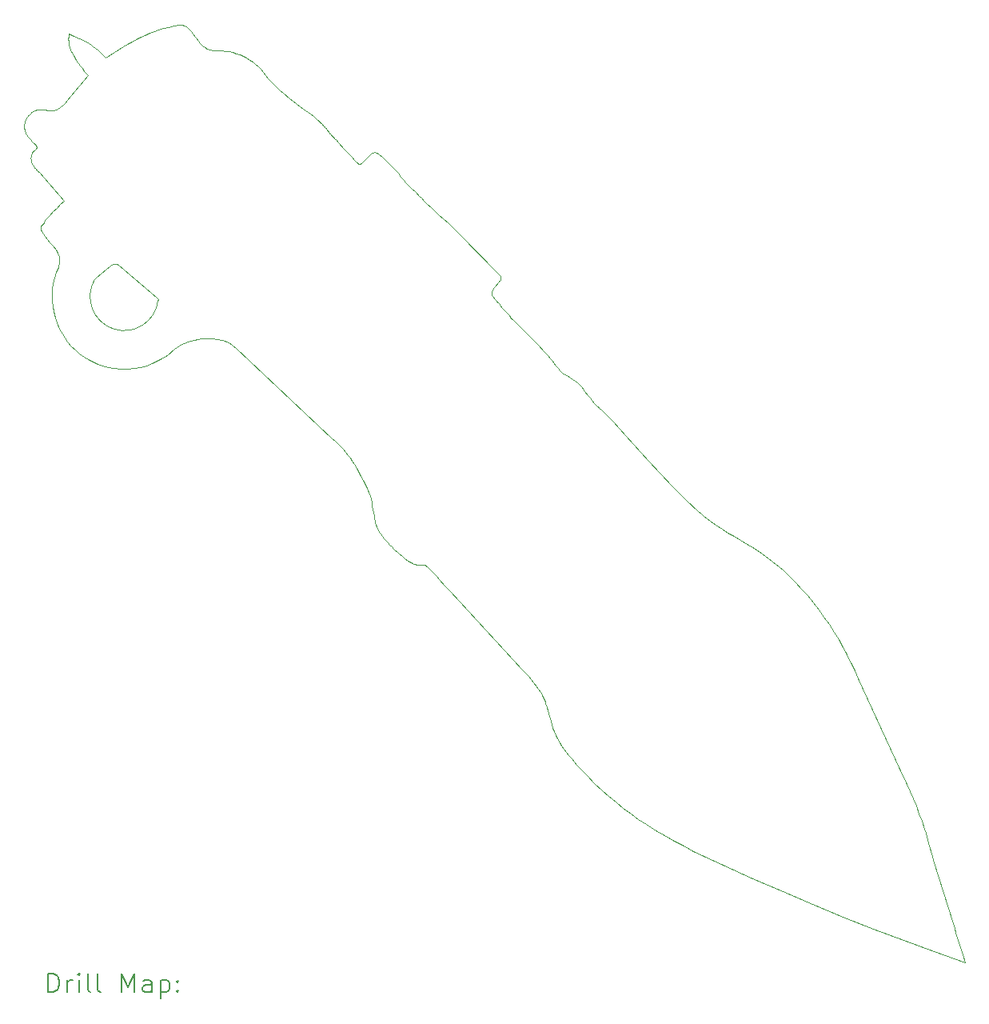
<source format=gbr>
%TF.GenerationSoftware,KiCad,Pcbnew,8.0.3-8.0.3-0~ubuntu22.04.1*%
%TF.CreationDate,2024-06-25T00:35:08+02:00*%
%TF.ProjectId,ctfl-rakete-tht,6374666c-2d72-4616-9b65-74652d746874,Rev.A*%
%TF.SameCoordinates,Original*%
%TF.FileFunction,Drillmap*%
%TF.FilePolarity,Positive*%
%FSLAX45Y45*%
G04 Gerber Fmt 4.5, Leading zero omitted, Abs format (unit mm)*
G04 Created by KiCad (PCBNEW 8.0.3-8.0.3-0~ubuntu22.04.1) date 2024-06-25 00:35:08*
%MOMM*%
%LPD*%
G01*
G04 APERTURE LIST*
%ADD10C,0.050000*%
%ADD11C,0.122369*%
%ADD12C,0.200000*%
G04 APERTURE END LIST*
D10*
X11428698Y-7940134D02*
G75*
G02*
X10758209Y-7718172I-358698J40134D01*
G01*
X10947500Y-7560000D02*
X10970000Y-7552500D01*
X11427500Y-7925000D02*
X11428698Y-7940134D01*
X10758209Y-7718172D02*
X10777500Y-7695000D01*
X10970000Y-7552500D02*
X10992500Y-7555000D01*
X11417500Y-7910000D02*
X11427500Y-7925000D01*
D11*
X11679692Y-5025170D02*
X11689249Y-5027371D01*
X11698600Y-5030577D01*
X11707757Y-5034723D01*
X11716735Y-5039745D01*
X11725547Y-5045579D01*
X11734205Y-5052160D01*
X11742723Y-5059423D01*
X11759394Y-5075743D01*
X11775665Y-5094024D01*
X11791644Y-5113752D01*
X11854755Y-5196852D01*
X11870865Y-5216104D01*
X11887321Y-5233717D01*
X11904229Y-5249179D01*
X11912886Y-5255943D01*
X11921696Y-5261976D01*
X11926875Y-5265238D01*
X11932152Y-5268395D01*
X11937524Y-5271430D01*
X11942982Y-5274328D01*
X11948521Y-5277071D01*
X11954136Y-5279644D01*
X11959819Y-5282030D01*
X11965566Y-5284214D01*
X11971369Y-5286178D01*
X11977223Y-5287907D01*
X11983121Y-5289385D01*
X11989058Y-5290595D01*
X11995028Y-5291521D01*
X12001023Y-5292147D01*
X12007040Y-5292457D01*
X12013070Y-5292434D01*
X12056177Y-5292570D01*
X12098259Y-5295032D01*
X12139290Y-5299784D01*
X12179243Y-5306792D01*
X12218090Y-5316021D01*
X12255805Y-5327435D01*
X12292361Y-5341000D01*
X12327731Y-5356681D01*
X12361888Y-5374443D01*
X12394806Y-5394250D01*
X12426457Y-5416068D01*
X12456815Y-5439862D01*
X12485853Y-5465597D01*
X12513543Y-5493237D01*
X12539860Y-5522749D01*
X12564776Y-5554096D01*
X12592510Y-5589099D01*
X12621866Y-5622570D01*
X12652671Y-5654676D01*
X12684753Y-5685581D01*
X12717940Y-5715450D01*
X12752061Y-5744447D01*
X12822414Y-5800486D01*
X12966760Y-5909355D01*
X13038002Y-5964822D01*
X13072789Y-5993390D01*
X13106790Y-6022734D01*
X13119131Y-6033648D01*
X13131278Y-6044626D01*
X13143294Y-6055734D01*
X13155246Y-6067037D01*
X13167111Y-6078534D01*
X13178782Y-6090227D01*
X13184524Y-6096166D01*
X13190193Y-6102178D01*
X13195781Y-6108272D01*
X13201279Y-6114454D01*
X13206640Y-6120745D01*
X13211846Y-6127142D01*
X13216939Y-6133619D01*
X13221959Y-6140153D01*
X13231943Y-6153295D01*
X13236987Y-6159854D01*
X13242121Y-6166372D01*
X13243943Y-6168703D01*
X13244865Y-6169858D01*
X13245798Y-6171001D01*
X13246748Y-6172128D01*
X13247718Y-6173234D01*
X13248712Y-6174317D01*
X13249735Y-6175371D01*
X13249389Y-6175717D01*
X13259953Y-6187767D01*
X13270826Y-6199566D01*
X13281926Y-6211187D01*
X13293172Y-6222702D01*
X13315778Y-6245708D01*
X13326975Y-6257344D01*
X13337994Y-6269168D01*
X13407823Y-6346784D01*
X13442834Y-6385495D01*
X13478170Y-6423881D01*
X13504302Y-6451137D01*
X13517692Y-6464668D01*
X13524525Y-6471324D01*
X13531472Y-6477875D01*
X13534428Y-6480670D01*
X13537794Y-6483948D01*
X13541492Y-6487445D01*
X13543442Y-6489193D01*
X13545446Y-6490897D01*
X13547495Y-6492524D01*
X13549579Y-6494041D01*
X13551688Y-6495415D01*
X13553812Y-6496614D01*
X13555943Y-6497603D01*
X13557008Y-6498009D01*
X13558070Y-6498350D01*
X13559130Y-6498623D01*
X13560185Y-6498823D01*
X13561234Y-6498946D01*
X13562276Y-6498988D01*
X13565147Y-6498579D01*
X13568362Y-6497451D01*
X13571899Y-6495653D01*
X13575739Y-6493235D01*
X13584249Y-6486733D01*
X13593729Y-6478340D01*
X13614964Y-6457458D01*
X13638162Y-6433745D01*
X13662041Y-6410357D01*
X13673835Y-6399770D01*
X13685320Y-6390448D01*
X13696334Y-6382785D01*
X13701614Y-6379699D01*
X13706717Y-6377176D01*
X13711622Y-6375264D01*
X13716309Y-6374014D01*
X13720758Y-6373474D01*
X13724950Y-6373694D01*
X13734320Y-6376436D01*
X13745898Y-6382143D01*
X13759419Y-6390546D01*
X13774617Y-6401373D01*
X13791227Y-6414353D01*
X13808983Y-6429217D01*
X13846869Y-6463511D01*
X13886150Y-6502088D01*
X13924701Y-6542782D01*
X13960397Y-6583427D01*
X13976510Y-6603055D01*
X13991112Y-6621858D01*
X14010197Y-6646362D01*
X14029379Y-6669470D01*
X14048788Y-6691508D01*
X14068555Y-6712799D01*
X14088808Y-6733669D01*
X14109677Y-6754441D01*
X14153785Y-6796992D01*
X14195838Y-6835583D01*
X14217643Y-6855983D01*
X14227718Y-6865833D01*
X14236853Y-6875214D01*
X14278676Y-6917858D01*
X14321202Y-6959119D01*
X14407530Y-7039228D01*
X14494183Y-7119013D01*
X14537114Y-7159869D01*
X14579505Y-7201945D01*
X15052297Y-7683736D01*
X15052678Y-7684149D01*
X15053044Y-7684608D01*
X15053394Y-7685110D01*
X15053729Y-7685653D01*
X15054049Y-7686233D01*
X15054355Y-7686848D01*
X15054926Y-7688170D01*
X15055443Y-7689598D01*
X15055911Y-7691110D01*
X15056333Y-7692682D01*
X15056710Y-7694292D01*
X15057047Y-7695919D01*
X15057347Y-7697540D01*
X15057846Y-7700674D01*
X15058527Y-7705887D01*
X15058550Y-7706706D01*
X15058429Y-7707663D01*
X15057790Y-7709953D01*
X15056677Y-7712681D01*
X15055158Y-7715768D01*
X15053301Y-7719136D01*
X15051172Y-7722710D01*
X15046370Y-7730158D01*
X15041293Y-7737494D01*
X15036479Y-7744095D01*
X15032468Y-7749341D01*
X15029800Y-7752612D01*
X14995535Y-7792070D01*
X14987841Y-7801265D01*
X14981615Y-7809170D01*
X14979227Y-7812479D01*
X14977417Y-7815274D01*
X14976253Y-7817491D01*
X14975936Y-7818363D01*
X14975807Y-7819066D01*
X14962394Y-7846409D01*
X14960570Y-7851573D01*
X14959799Y-7854219D01*
X14959143Y-7856896D01*
X14958618Y-7859594D01*
X14958240Y-7862307D01*
X14958027Y-7865025D01*
X14957992Y-7867739D01*
X14958154Y-7870441D01*
X14958527Y-7873122D01*
X14959128Y-7875773D01*
X14959973Y-7878387D01*
X14961078Y-7880954D01*
X14962460Y-7883466D01*
X14964133Y-7885914D01*
X14966115Y-7888289D01*
X14968884Y-7891586D01*
X14971844Y-7895326D01*
X14978197Y-7903832D01*
X14991641Y-7922814D01*
X14998164Y-7932074D01*
X15004177Y-7940369D01*
X15009394Y-7947089D01*
X15011616Y-7949670D01*
X15013533Y-7951628D01*
X15026750Y-7963875D01*
X15036268Y-7973477D01*
X15043612Y-7981781D01*
X15050307Y-7990133D01*
X15057879Y-7999881D01*
X15067851Y-8012371D01*
X15081750Y-8028949D01*
X15101099Y-8050963D01*
X15144537Y-8099765D01*
X15169338Y-8127573D01*
X15183821Y-8143375D01*
X15347532Y-8309856D01*
X15356584Y-8317045D01*
X15367230Y-8326473D01*
X15392392Y-8350832D01*
X15421180Y-8380522D01*
X15451756Y-8413128D01*
X15510926Y-8477435D01*
X15535844Y-8504309D01*
X15555201Y-8524446D01*
X15563697Y-8533383D01*
X15573117Y-8544034D01*
X15594107Y-8569333D01*
X15640345Y-8627848D01*
X15663112Y-8656457D01*
X15683988Y-8681561D01*
X15693329Y-8692079D01*
X15701733Y-8700857D01*
X15709043Y-8707607D01*
X15715106Y-8712041D01*
X15755209Y-8735926D01*
X15789568Y-8757509D01*
X15818921Y-8777224D01*
X15844006Y-8795503D01*
X15865560Y-8812777D01*
X15884321Y-8829481D01*
X15901027Y-8846045D01*
X15916414Y-8862903D01*
X15931222Y-8880487D01*
X15946187Y-8899229D01*
X15979542Y-8941919D01*
X15999407Y-8966732D01*
X16022380Y-8994433D01*
X16049199Y-9025456D01*
X16080602Y-9060231D01*
X16083428Y-9063269D01*
X16086076Y-9066043D01*
X16090910Y-9070906D01*
X16095240Y-9075040D01*
X16099206Y-9078662D01*
X16106593Y-9085249D01*
X16110291Y-9088652D01*
X16114175Y-9092420D01*
X16246316Y-9228060D01*
X16374377Y-9365038D01*
X16624780Y-9640059D01*
X16750383Y-9776624D01*
X16878428Y-9911574D01*
X17010545Y-10044173D01*
X17148365Y-10173680D01*
X17178466Y-10200165D01*
X17208810Y-10225441D01*
X17239404Y-10249623D01*
X17270257Y-10272826D01*
X17332766Y-10316746D01*
X17396399Y-10358116D01*
X17461216Y-10397846D01*
X17527279Y-10436851D01*
X17663383Y-10516333D01*
X17742617Y-10565500D01*
X17819989Y-10618010D01*
X17895448Y-10673693D01*
X17968942Y-10732379D01*
X18040417Y-10793898D01*
X18109823Y-10858080D01*
X18177106Y-10924755D01*
X18242215Y-10993754D01*
X18305097Y-11064907D01*
X18365700Y-11138044D01*
X18423972Y-11212995D01*
X18479860Y-11289590D01*
X18533313Y-11367659D01*
X18584277Y-11447033D01*
X18632702Y-11527542D01*
X18678535Y-11609015D01*
X18700402Y-11650070D01*
X18721669Y-11691433D01*
X18742417Y-11733056D01*
X18762727Y-11774890D01*
X18802357Y-11858996D01*
X18841208Y-11943361D01*
X19281465Y-12901404D01*
X19352526Y-13056691D01*
X19387376Y-13134703D01*
X19421382Y-13213080D01*
X19454252Y-13291912D01*
X19485694Y-13371287D01*
X19515416Y-13451295D01*
X19543127Y-13532025D01*
X19557108Y-13575973D01*
X19570545Y-13620067D01*
X19596082Y-13708628D01*
X19620320Y-13797580D01*
X19643846Y-13886791D01*
X19845284Y-14528486D01*
X19860537Y-14583178D01*
X19876716Y-14635435D01*
X19910353Y-14736154D01*
X19927067Y-14786368D01*
X19943213Y-14837652D01*
X19958417Y-14890884D01*
X19965550Y-14918503D01*
X19972308Y-14946938D01*
X19646601Y-14832107D01*
X19322366Y-14713209D01*
X18999647Y-14590262D01*
X18678491Y-14463287D01*
X18358940Y-14332306D01*
X18041041Y-14197337D01*
X17724837Y-14058401D01*
X17410372Y-13915519D01*
X17201752Y-13817536D01*
X17098213Y-13766983D01*
X16995468Y-13714946D01*
X16893730Y-13661091D01*
X16793208Y-13605087D01*
X16694114Y-13546600D01*
X16596658Y-13485299D01*
X16513470Y-13429497D01*
X16431892Y-13371411D01*
X16351977Y-13311095D01*
X16273777Y-13248600D01*
X16197346Y-13183980D01*
X16122736Y-13117288D01*
X16050000Y-13048575D01*
X15979191Y-12977896D01*
X15919854Y-12916209D01*
X15861296Y-12853143D01*
X15804749Y-12788293D01*
X15777616Y-12755072D01*
X15751448Y-12721252D01*
X15726399Y-12686784D01*
X15702624Y-12651616D01*
X15680277Y-12615697D01*
X15659511Y-12578978D01*
X15640482Y-12541407D01*
X15623343Y-12502933D01*
X15608247Y-12463506D01*
X15595351Y-12423075D01*
X15555850Y-12278616D01*
X15545012Y-12242856D01*
X15533098Y-12207505D01*
X15526631Y-12190026D01*
X15519766Y-12172699D01*
X15512459Y-12155541D01*
X15504668Y-12138569D01*
X15494447Y-12118269D01*
X15483543Y-12098367D01*
X15472005Y-12078841D01*
X15459879Y-12059666D01*
X15447214Y-12040820D01*
X15434057Y-12022279D01*
X15406459Y-11986020D01*
X15377465Y-11950701D01*
X15347457Y-11916137D01*
X15285924Y-11848526D01*
X14522051Y-11020967D01*
X14493744Y-10989669D01*
X14464715Y-10956709D01*
X14404977Y-10888492D01*
X14374513Y-10854582D01*
X14343813Y-10821703D01*
X14312999Y-10790526D01*
X14282193Y-10761727D01*
X14278783Y-10758620D01*
X14275292Y-10755562D01*
X14271704Y-10752601D01*
X14269868Y-10751172D01*
X14268002Y-10749786D01*
X14266104Y-10748449D01*
X14264171Y-10747166D01*
X14262201Y-10745944D01*
X14260193Y-10744789D01*
X14258144Y-10743707D01*
X14256053Y-10742704D01*
X14253917Y-10741786D01*
X14251735Y-10740960D01*
X14248612Y-10740024D01*
X14245474Y-10739282D01*
X14242322Y-10738717D01*
X14239156Y-10738310D01*
X14235978Y-10738046D01*
X14232790Y-10737906D01*
X14229591Y-10737874D01*
X14226383Y-10737932D01*
X14223166Y-10738063D01*
X14219943Y-10738250D01*
X14213479Y-10738722D01*
X14206999Y-10739210D01*
X14200511Y-10739576D01*
X14192031Y-10739769D01*
X14183658Y-10739518D01*
X14175390Y-10738837D01*
X14167223Y-10737745D01*
X14151183Y-10734395D01*
X14135517Y-10729604D01*
X14120204Y-10723506D01*
X14105222Y-10716238D01*
X14090551Y-10707935D01*
X14076169Y-10698735D01*
X14062055Y-10688771D01*
X14048187Y-10678182D01*
X14034544Y-10667101D01*
X14021105Y-10655665D01*
X13968960Y-10609091D01*
X13924930Y-10569063D01*
X13903071Y-10548386D01*
X13881561Y-10527230D01*
X13860585Y-10505569D01*
X13840326Y-10483377D01*
X13820968Y-10460626D01*
X13802696Y-10437289D01*
X13785693Y-10413340D01*
X13770144Y-10388751D01*
X13756233Y-10363496D01*
X13744143Y-10337549D01*
X13734059Y-10310881D01*
X13729827Y-10297268D01*
X13726165Y-10283466D01*
X13723096Y-10269470D01*
X13720644Y-10255278D01*
X13718832Y-10240885D01*
X13717681Y-10226289D01*
X13694145Y-10109302D01*
X13693273Y-10097646D01*
X13691970Y-10086040D01*
X13690259Y-10074486D01*
X13688164Y-10062988D01*
X13685708Y-10051546D01*
X13682914Y-10040163D01*
X13679806Y-10028841D01*
X13676407Y-10017582D01*
X13672740Y-10006388D01*
X13668829Y-9995260D01*
X13660367Y-9973214D01*
X13651207Y-9951460D01*
X13641536Y-9930015D01*
X13606240Y-9856055D01*
X13568593Y-9783068D01*
X13548749Y-9747132D01*
X13528154Y-9711671D01*
X13506751Y-9676762D01*
X13484487Y-9642481D01*
X13461306Y-9608906D01*
X13437153Y-9576114D01*
X13411974Y-9544181D01*
X13385715Y-9513186D01*
X13358319Y-9483204D01*
X13329733Y-9454314D01*
X13299902Y-9426592D01*
X13268771Y-9400115D01*
X12255000Y-8445000D01*
X12180000Y-8387500D01*
X12105000Y-8360000D01*
X12002500Y-8342500D01*
X11885000Y-8342500D01*
X11770000Y-8365000D01*
X11675000Y-8405000D01*
X11600000Y-8452500D01*
X11522500Y-8517500D01*
X11447500Y-8567500D01*
X11365000Y-8607500D01*
X11302500Y-8630000D01*
X11242500Y-8647500D01*
X11170000Y-8660000D01*
X11110000Y-8665000D01*
X11035000Y-8665000D01*
X10960000Y-8657500D01*
X10895000Y-8645000D01*
X10840000Y-8630000D01*
X10786919Y-8612233D01*
X10735000Y-8590000D01*
X10687500Y-8565000D01*
X10642500Y-8535000D01*
X10597500Y-8502500D01*
X10552500Y-8465000D01*
X10512500Y-8425000D01*
X10470000Y-8377500D01*
X10440000Y-8337500D01*
X10412500Y-8290000D01*
X10385000Y-8240000D01*
X10357500Y-8177500D01*
X10337500Y-8120000D01*
X10320000Y-8057500D01*
X10310000Y-8005000D01*
X10305000Y-7945000D01*
X10302500Y-7882500D01*
X10307500Y-7820000D01*
X10317500Y-7757500D01*
X10330000Y-7700000D01*
X10350000Y-7642500D01*
X10370000Y-7590000D01*
X10382500Y-7532500D01*
X10380000Y-7480000D01*
X10367500Y-7440000D01*
X10347872Y-7403080D01*
X10313182Y-7365052D01*
X10281368Y-7328611D01*
X10253006Y-7294335D01*
X10228674Y-7262801D01*
X10208947Y-7234587D01*
X10194402Y-7210271D01*
X10185616Y-7190429D01*
X10183563Y-7182367D01*
X10183165Y-7175640D01*
X10189679Y-7160949D01*
X10198087Y-7145368D01*
X10208242Y-7128997D01*
X10219994Y-7111933D01*
X10233194Y-7094278D01*
X10247693Y-7076129D01*
X10279991Y-7038752D01*
X10315696Y-7000595D01*
X10353616Y-6962455D01*
X10392558Y-6925126D01*
X10431329Y-6889404D01*
X10166552Y-6585862D01*
X10155229Y-6573973D01*
X10143979Y-6561883D01*
X10133004Y-6549516D01*
X10127684Y-6543206D01*
X10122509Y-6536800D01*
X10117504Y-6530289D01*
X10112695Y-6523663D01*
X10108106Y-6516913D01*
X10103765Y-6510030D01*
X10099694Y-6503006D01*
X10095922Y-6495830D01*
X10092471Y-6488494D01*
X10089368Y-6480989D01*
X10086738Y-6473214D01*
X10084569Y-6465236D01*
X10082876Y-6457106D01*
X10081673Y-6448871D01*
X10080974Y-6440581D01*
X10080796Y-6432286D01*
X10081152Y-6424035D01*
X10082057Y-6415876D01*
X10083525Y-6407860D01*
X10085573Y-6400034D01*
X10088213Y-6392449D01*
X10089760Y-6388762D01*
X10091461Y-6385153D01*
X10093318Y-6381630D01*
X10095332Y-6378196D01*
X10097506Y-6374860D01*
X10099840Y-6371627D01*
X10102338Y-6368504D01*
X10105001Y-6365495D01*
X10107830Y-6362608D01*
X10110827Y-6359849D01*
X10113353Y-6357657D01*
X10115972Y-6355484D01*
X10121357Y-6351148D01*
X10126701Y-6346738D01*
X10129270Y-6344474D01*
X10131724Y-6342154D01*
X10134028Y-6339765D01*
X10136147Y-6337294D01*
X10138046Y-6334729D01*
X10138902Y-6333407D01*
X10139690Y-6332057D01*
X10140406Y-6330677D01*
X10141044Y-6329266D01*
X10141601Y-6327821D01*
X10142073Y-6326342D01*
X10142455Y-6324826D01*
X10142742Y-6323273D01*
X10142931Y-6321680D01*
X10143016Y-6320046D01*
X10143019Y-6318918D01*
X10142966Y-6317803D01*
X10142858Y-6316702D01*
X10142698Y-6315615D01*
X10142227Y-6313481D01*
X10141572Y-6311399D01*
X10140748Y-6309367D01*
X10139773Y-6307385D01*
X10138663Y-6305451D01*
X10137435Y-6303562D01*
X10136105Y-6301719D01*
X10134691Y-6299918D01*
X10133209Y-6298159D01*
X10131675Y-6296440D01*
X10128522Y-6293116D01*
X10125364Y-6289934D01*
X10108556Y-6273330D01*
X10091878Y-6256394D01*
X10075718Y-6238986D01*
X10067955Y-6230063D01*
X10060468Y-6220971D01*
X10053305Y-6211692D01*
X10046515Y-6202209D01*
X10040147Y-6192505D01*
X10034250Y-6182563D01*
X10028871Y-6172365D01*
X10024061Y-6161895D01*
X10019867Y-6151135D01*
X10016338Y-6140067D01*
X10013948Y-6130486D01*
X10012218Y-6120840D01*
X10011130Y-6111153D01*
X10010666Y-6101447D01*
X10010809Y-6091748D01*
X10011540Y-6082078D01*
X10012843Y-6072461D01*
X10014700Y-6062921D01*
X10017092Y-6053482D01*
X10020003Y-6044168D01*
X10023414Y-6035003D01*
X10027308Y-6026009D01*
X10031667Y-6017212D01*
X10036474Y-6008634D01*
X10041710Y-6000300D01*
X10047359Y-5992233D01*
X10053402Y-5984457D01*
X10059822Y-5976996D01*
X10066601Y-5969873D01*
X10073721Y-5963113D01*
X10081165Y-5956738D01*
X10088915Y-5950774D01*
X10096953Y-5945243D01*
X10105263Y-5940170D01*
X10113825Y-5935578D01*
X10122622Y-5931490D01*
X10131637Y-5927931D01*
X10140852Y-5924925D01*
X10150249Y-5922495D01*
X10159811Y-5920665D01*
X10169520Y-5919459D01*
X10179358Y-5918900D01*
X10188768Y-5918944D01*
X10198176Y-5919416D01*
X10207581Y-5920239D01*
X10216982Y-5921339D01*
X10235763Y-5924065D01*
X10254508Y-5926990D01*
X10263863Y-5928339D01*
X10273204Y-5929510D01*
X10282530Y-5930429D01*
X10291840Y-5931019D01*
X10301131Y-5931206D01*
X10310402Y-5930915D01*
X10319652Y-5930068D01*
X10324269Y-5929413D01*
X10328879Y-5928591D01*
X10338965Y-5926118D01*
X10348724Y-5922888D01*
X10358171Y-5918957D01*
X10367320Y-5914379D01*
X10376184Y-5909208D01*
X10384779Y-5903501D01*
X10393119Y-5897310D01*
X10401217Y-5890692D01*
X10409088Y-5883700D01*
X10416746Y-5876390D01*
X10424206Y-5868817D01*
X10431480Y-5861034D01*
X10445533Y-5845061D01*
X10459018Y-5828910D01*
X10682262Y-5559288D01*
X10674950Y-5551216D01*
X10668269Y-5543336D01*
X10662129Y-5535622D01*
X10656438Y-5528046D01*
X10646043Y-5513201D01*
X10636358Y-5498588D01*
X10626657Y-5483991D01*
X10616213Y-5469195D01*
X10610486Y-5461656D01*
X10604301Y-5453986D01*
X10597568Y-5446159D01*
X10590195Y-5438148D01*
X10585017Y-5432380D01*
X10579873Y-5426029D01*
X10574773Y-5419168D01*
X10569726Y-5411870D01*
X10564742Y-5404209D01*
X10559830Y-5396259D01*
X10550262Y-5379784D01*
X10541100Y-5363034D01*
X10532421Y-5346595D01*
X10516819Y-5317008D01*
X10510271Y-5304479D01*
X10504376Y-5292056D01*
X10499123Y-5279715D01*
X10494500Y-5267433D01*
X10490496Y-5255184D01*
X10487098Y-5242947D01*
X10484296Y-5230696D01*
X10482078Y-5218409D01*
X10480431Y-5206060D01*
X10479345Y-5193627D01*
X10478807Y-5181085D01*
X10478806Y-5168411D01*
X10479330Y-5155581D01*
X10480368Y-5142571D01*
X10481908Y-5129357D01*
X10483938Y-5115916D01*
X10537914Y-5139312D01*
X10590871Y-5164334D01*
X10616873Y-5177578D01*
X10642506Y-5191376D01*
X10667733Y-5205777D01*
X10692515Y-5220831D01*
X10716815Y-5236587D01*
X10740593Y-5253094D01*
X10763813Y-5270400D01*
X10786437Y-5288556D01*
X10808425Y-5307611D01*
X10829741Y-5327612D01*
X10850345Y-5348611D01*
X10870202Y-5370656D01*
X10965404Y-5308980D01*
X11058136Y-5252095D01*
X11104061Y-5225526D01*
X11149952Y-5200248D01*
X11196001Y-5176291D01*
X11242404Y-5153685D01*
X11289354Y-5132463D01*
X11337046Y-5112655D01*
X11385674Y-5094292D01*
X11435433Y-5077405D01*
X11486515Y-5062025D01*
X11539116Y-5048182D01*
X11593430Y-5035908D01*
X11649650Y-5025234D01*
X11659906Y-5024037D01*
X11669916Y-5024037D01*
X11679692Y-5025170D01*
D10*
X10777500Y-7695000D02*
X10925000Y-7572500D01*
X11007500Y-7562500D02*
X11417500Y-7910000D01*
X10925000Y-7572500D02*
X10947500Y-7560000D01*
X10992500Y-7555000D02*
X11007500Y-7562500D01*
D12*
X10265324Y-15264540D02*
X10265324Y-15064540D01*
X10265324Y-15064540D02*
X10312943Y-15064540D01*
X10312943Y-15064540D02*
X10341515Y-15074064D01*
X10341515Y-15074064D02*
X10360562Y-15093111D01*
X10360562Y-15093111D02*
X10370086Y-15112159D01*
X10370086Y-15112159D02*
X10379610Y-15150254D01*
X10379610Y-15150254D02*
X10379610Y-15178826D01*
X10379610Y-15178826D02*
X10370086Y-15216921D01*
X10370086Y-15216921D02*
X10360562Y-15235969D01*
X10360562Y-15235969D02*
X10341515Y-15255016D01*
X10341515Y-15255016D02*
X10312943Y-15264540D01*
X10312943Y-15264540D02*
X10265324Y-15264540D01*
X10465324Y-15264540D02*
X10465324Y-15131207D01*
X10465324Y-15169302D02*
X10474848Y-15150254D01*
X10474848Y-15150254D02*
X10484372Y-15140730D01*
X10484372Y-15140730D02*
X10503420Y-15131207D01*
X10503420Y-15131207D02*
X10522467Y-15131207D01*
X10589134Y-15264540D02*
X10589134Y-15131207D01*
X10589134Y-15064540D02*
X10579610Y-15074064D01*
X10579610Y-15074064D02*
X10589134Y-15083588D01*
X10589134Y-15083588D02*
X10598658Y-15074064D01*
X10598658Y-15074064D02*
X10589134Y-15064540D01*
X10589134Y-15064540D02*
X10589134Y-15083588D01*
X10712943Y-15264540D02*
X10693896Y-15255016D01*
X10693896Y-15255016D02*
X10684372Y-15235969D01*
X10684372Y-15235969D02*
X10684372Y-15064540D01*
X10817705Y-15264540D02*
X10798658Y-15255016D01*
X10798658Y-15255016D02*
X10789134Y-15235969D01*
X10789134Y-15235969D02*
X10789134Y-15064540D01*
X11046277Y-15264540D02*
X11046277Y-15064540D01*
X11046277Y-15064540D02*
X11112943Y-15207397D01*
X11112943Y-15207397D02*
X11179610Y-15064540D01*
X11179610Y-15064540D02*
X11179610Y-15264540D01*
X11360562Y-15264540D02*
X11360562Y-15159778D01*
X11360562Y-15159778D02*
X11351039Y-15140730D01*
X11351039Y-15140730D02*
X11331991Y-15131207D01*
X11331991Y-15131207D02*
X11293896Y-15131207D01*
X11293896Y-15131207D02*
X11274848Y-15140730D01*
X11360562Y-15255016D02*
X11341515Y-15264540D01*
X11341515Y-15264540D02*
X11293896Y-15264540D01*
X11293896Y-15264540D02*
X11274848Y-15255016D01*
X11274848Y-15255016D02*
X11265324Y-15235969D01*
X11265324Y-15235969D02*
X11265324Y-15216921D01*
X11265324Y-15216921D02*
X11274848Y-15197873D01*
X11274848Y-15197873D02*
X11293896Y-15188350D01*
X11293896Y-15188350D02*
X11341515Y-15188350D01*
X11341515Y-15188350D02*
X11360562Y-15178826D01*
X11455800Y-15131207D02*
X11455800Y-15331207D01*
X11455800Y-15140730D02*
X11474848Y-15131207D01*
X11474848Y-15131207D02*
X11512943Y-15131207D01*
X11512943Y-15131207D02*
X11531991Y-15140730D01*
X11531991Y-15140730D02*
X11541515Y-15150254D01*
X11541515Y-15150254D02*
X11551039Y-15169302D01*
X11551039Y-15169302D02*
X11551039Y-15226445D01*
X11551039Y-15226445D02*
X11541515Y-15245492D01*
X11541515Y-15245492D02*
X11531991Y-15255016D01*
X11531991Y-15255016D02*
X11512943Y-15264540D01*
X11512943Y-15264540D02*
X11474848Y-15264540D01*
X11474848Y-15264540D02*
X11455800Y-15255016D01*
X11636753Y-15245492D02*
X11646277Y-15255016D01*
X11646277Y-15255016D02*
X11636753Y-15264540D01*
X11636753Y-15264540D02*
X11627229Y-15255016D01*
X11627229Y-15255016D02*
X11636753Y-15245492D01*
X11636753Y-15245492D02*
X11636753Y-15264540D01*
X11636753Y-15140730D02*
X11646277Y-15150254D01*
X11646277Y-15150254D02*
X11636753Y-15159778D01*
X11636753Y-15159778D02*
X11627229Y-15150254D01*
X11627229Y-15150254D02*
X11636753Y-15140730D01*
X11636753Y-15140730D02*
X11636753Y-15159778D01*
M02*

</source>
